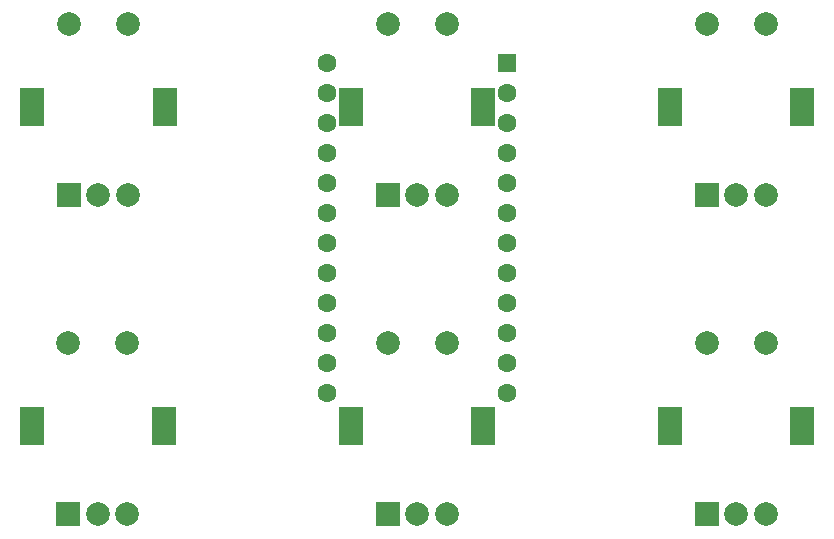
<source format=gbr>
%TF.GenerationSoftware,KiCad,Pcbnew,(6.0.1)*%
%TF.CreationDate,2022-05-09T03:02:38-04:00*%
%TF.ProjectId,RotaryEncoderHorror,526f7461-7279-4456-9e63-6f646572486f,rev?*%
%TF.SameCoordinates,Original*%
%TF.FileFunction,Soldermask,Bot*%
%TF.FilePolarity,Negative*%
%FSLAX46Y46*%
G04 Gerber Fmt 4.6, Leading zero omitted, Abs format (unit mm)*
G04 Created by KiCad (PCBNEW (6.0.1)) date 2022-05-09 03:02:38*
%MOMM*%
%LPD*%
G01*
G04 APERTURE LIST*
%ADD10C,2.000000*%
%ADD11R,2.000000X3.200000*%
%ADD12R,2.000000X2.000000*%
%ADD13R,1.600000X1.600000*%
%ADD14C,1.600000*%
G04 APERTURE END LIST*
D10*
%TO.C,SW6*%
X177000000Y-57250000D03*
X182000000Y-57250000D03*
D11*
X185100000Y-64250000D03*
X173900000Y-64250000D03*
D10*
X179500000Y-71750000D03*
X182000000Y-71750000D03*
D12*
X177000000Y-71750000D03*
%TD*%
%TO.C,SW3*%
X122950000Y-71750000D03*
D10*
X127950000Y-71750000D03*
X125450000Y-71750000D03*
D11*
X119850000Y-64250000D03*
X131050000Y-64250000D03*
D10*
X127950000Y-57250000D03*
X122950000Y-57250000D03*
%TD*%
%TO.C,SW4*%
X150000000Y-57250000D03*
X155000000Y-57250000D03*
D11*
X146900000Y-64250000D03*
X158100000Y-64250000D03*
D10*
X152500000Y-71750000D03*
X155000000Y-71750000D03*
D12*
X150000000Y-71750000D03*
%TD*%
%TO.C,SW5*%
X177000000Y-44750000D03*
D10*
X182000000Y-44750000D03*
X179500000Y-44750000D03*
D11*
X185100000Y-37250000D03*
X173900000Y-37250000D03*
D10*
X182000000Y-30250000D03*
X177000000Y-30250000D03*
%TD*%
D12*
%TO.C,SW1*%
X123000000Y-44750000D03*
D10*
X128000000Y-44750000D03*
X125500000Y-44750000D03*
D11*
X119900000Y-37250000D03*
X131100000Y-37250000D03*
D10*
X128000000Y-30250000D03*
X123000000Y-30250000D03*
%TD*%
D12*
%TO.C,SW2*%
X150000000Y-44750000D03*
D10*
X155000000Y-44750000D03*
X152500000Y-44750000D03*
D11*
X158100000Y-37250000D03*
X146900000Y-37250000D03*
D10*
X155000000Y-30250000D03*
X150000000Y-30250000D03*
%TD*%
D13*
%TO.C,U1*%
X160120000Y-33530000D03*
D14*
X160120000Y-36070000D03*
X160120000Y-38610000D03*
X160120000Y-41150000D03*
X160120000Y-43690000D03*
X160120000Y-46230000D03*
X160120000Y-48770000D03*
X160120000Y-51310000D03*
X160120000Y-53850000D03*
X160120000Y-56390000D03*
X160120000Y-58930000D03*
X160120000Y-61470000D03*
X144880000Y-61470000D03*
X144880000Y-58930000D03*
X144880000Y-56390000D03*
X144880000Y-53850000D03*
X144880000Y-51310000D03*
X144880000Y-48770000D03*
X144880000Y-46230000D03*
X144880000Y-43690000D03*
X144880000Y-41150000D03*
X144880000Y-38610000D03*
X144880000Y-36070000D03*
X144880000Y-33530000D03*
%TD*%
M02*

</source>
